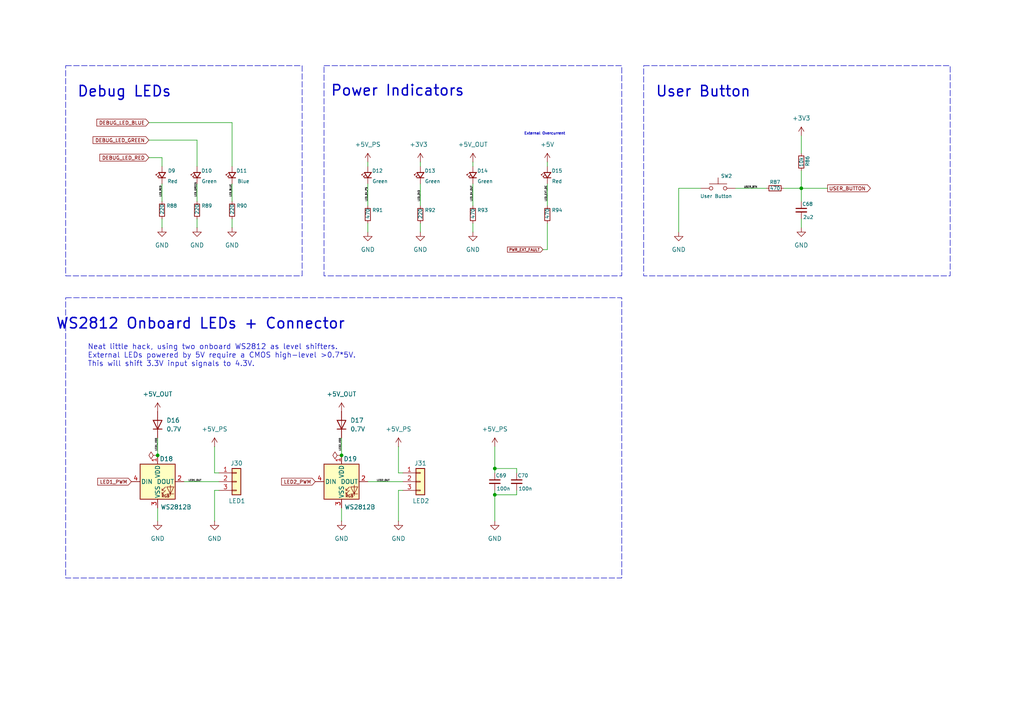
<source format=kicad_sch>
(kicad_sch (version 20250114) (generator "eeschema") (generator_version "9.0")
  (paper "A4")
  (title_block (title "LARS Hardware Interface") (date "2025-03-04") (rev "v1.0") (company "CAuDri e.V.") (comment 1 "Source: https://ohwr.org/cern_ohl_w_v2.txt") (comment 2 "A copy of the license is included in the LICENSE file.") (comment 3 "Redistribution and modifications must comply with CERN-OHL-W v2.") (comment 4 "This design is licensed under CERN Open Hardware Licence Version 2."))
  (lib_symbols
    (symbol "LARS_Hardware_Interface:C_Small" (pin_numbers (hide yes)) (pin_names (offset 0.254) (hide yes))
      (property "Reference" "C" (at 0.254 1.778 0))
      (property "Value" "C_Small" (at 0.254 -2.032 0))
      (symbol "C_Small_0_1"
        (polyline (pts (xy -1.524 0.508) (xy 1.524 0.508)) (stroke (width 0.3048)))
        (polyline (pts (xy -1.524 -0.508) (xy 1.524 -0.508)) (stroke (width 0.3302)))
      )
      (symbol "C_Small_1_1"
        (pin passive line (at 0 2.54 270) (length 2.032) (name "~") (number "1"))
        (pin passive line (at 0 -2.54 90) (length 2.032) (name "~") (number "2"))
      )
    )
    (symbol "LARS_Hardware_Interface:Connector 1x3" (pin_names (offset 1.016) (hide yes))
      (property "Reference" "J" (at 0 5.08 0))
      (property "Value" "Connector 1x3" (at 0 -5.08 0))
      (symbol "Connector 1x3_1_1"
        (rectangle (start -1.27 3.81) (end 1.27 -3.81) (stroke (width 0.254)) (fill (type background)))
        (rectangle (start -1.27 2.667) (end 0 2.413) (stroke (width 0.1524)))
        (rectangle (start -1.27 0.127) (end 0 -0.127) (stroke (width 0.1524)))
        (rectangle (start -1.27 -2.413) (end 0 -2.667) (stroke (width 0.1524)))
        (pin passive line (at -5.08 2.54 0) (length 3.81) (name "Pin_1") (number "1"))
        (pin passive line (at -5.08 0 0) (length 3.81) (name "Pin_2") (number "2"))
        (pin passive line (at -5.08 -2.54 0) (length 3.81) (name "Pin_3") (number "3"))
      )
    )
    (symbol "LARS_Hardware_Interface:D" (pin_numbers (hide yes)) (pin_names (offset 1.016) (hide yes))
      (property "Reference" "D" (at 0 2.54 0))
      (property "Value" "D" (at 0 -2.54 0))
      (symbol "D_0_1"
        (polyline (pts (xy -1.27 1.27) (xy -1.27 -1.27)) (stroke (width 0.254)))
        (polyline (pts (xy 1.27 1.27) (xy 1.27 -1.27) (xy -1.27 0) (xy 1.27 1.27)) (stroke (width 0.254)))
        (polyline (pts (xy 1.27 0) (xy -1.27 0)))
      )
      (symbol "D_1_1"
        (pin passive line (at -3.81 0 0) (length 2.54) (name "K") (number "1"))
        (pin passive line (at 3.81 0 180) (length 2.54) (name "A") (number "2"))
      )
    )
    (symbol "LARS_Hardware_Interface:LED_Small" (pin_numbers (hide yes)) (pin_names (offset 0.254) (hide yes))
      (property "Reference" "D" (at -1.27 3.175 0))
      (property "Value" "LED_Small" (at -4.445 -2.54 0))
      (symbol "LED_Small_0_1"
        (polyline (pts (xy -0.762 -1.016) (xy -0.762 1.016)) (stroke (width 0.254)))
        (polyline (pts (xy 0 0.762) (xy -0.508 1.27) (xy -0.254 1.27) (xy -0.508 1.27) (xy -0.508 1.016)))
        (polyline (pts (xy 0.508 1.27) (xy 0 1.778) (xy 0.254 1.778) (xy 0 1.778) (xy 0 1.524)))
        (polyline (pts (xy 0.762 -1.016) (xy -0.762 0) (xy 0.762 1.016) (xy 0.762 -1.016)) (stroke (width 0.254)))
      )
      (symbol "LED_Small_1_1"
        (pin passive line (at -2.54 0 0) (length 1.778) (name "K") (number "1"))
        (pin passive line (at 2.54 0 180) (length 1.778) (name "A") (number "2"))
      )
    )
    (symbol "LARS_Hardware_Interface:R_Small" (pin_numbers (hide yes)) (pin_names (offset 0.254) (hide yes))
      (property "Reference" "R" (at 0.762 0.508 0))
      (property "Value" "R_Small" (at 0.762 -1.016 0))
      (symbol "R_Small_0_1"
        (rectangle (start -0.762 1.778) (end 0.762 -1.778) (stroke (width 0.2032)))
      )
      (symbol "R_Small_1_1"
        (pin passive line (at 0 2.54 270) (length 0.762) (name "~") (number "1"))
        (pin passive line (at 0 -2.54 90) (length 0.762) (name "~") (number "2"))
      )
    )
    (symbol "LARS_Hardware_Interface:SW_Push" (pin_numbers (hide yes)) (pin_names (offset 1.016) (hide yes))
      (property "Reference" "SW" (at 1.27 2.54 0))
      (property "Value" "SW_Push" (at 0 -1.524 0))
      (symbol "SW_Push_0_1"
        (circle (center -2.032 0) (radius 0.508))
        (polyline (pts (xy 0 1.27) (xy 0 3.048)))
        (circle (center 2.032 0) (radius 0.508))
        (polyline (pts (xy 2.54 1.27) (xy -2.54 1.27)))
        (pin passive line (at -5.08 0 0) (length 2.54) (name "1") (number "1"))
        (pin passive line (at 5.08 0 180) (length 2.54) (name "2") (number "2"))
      )
    )
    (symbol "LARS_Hardware_Interface:WS2812B" (pin_names (offset 0.254))
      (property "Reference" "D" (at 5.08 5.715 0))
      (property "Value" "WS2812B" (at 1.27 -5.715 0))
      (symbol "WS2812B_0_0"
        (text "RGB" (at 2.286 -4.191 0) (effects (font (size 0.762 0.762))))
      )
      (symbol "WS2812B_0_1"
        (polyline (pts (xy 1.27 -2.54) (xy 1.778 -2.54)))
        (polyline (pts (xy 1.27 -3.556) (xy 1.778 -3.556)))
        (polyline (pts (xy 2.286 -1.524) (xy 1.27 -2.54) (xy 1.27 -2.032)))
        (polyline (pts (xy 2.286 -2.54) (xy 1.27 -3.556) (xy 1.27 -3.048)))
        (polyline (pts (xy 3.683 -1.016) (xy 3.683 -3.556) (xy 3.683 -4.064)))
        (polyline (pts (xy 4.699 -1.524) (xy 2.667 -1.524) (xy 3.683 -3.556) (xy 4.699 -1.524)))
        (polyline (pts (xy 4.699 -3.556) (xy 2.667 -3.556)))
        (rectangle (start 5.08 5.08) (end -5.08 -5.08) (stroke (width 0.254)) (fill (type background)))
      )
      (symbol "WS2812B_1_1"
        (pin input line (at -7.62 0 0) (length 2.54) (name "DIN") (number "4"))
        (pin power_in line (at 0 7.62 270) (length 2.54) (name "VDD") (number "1"))
        (pin power_in line (at 0 -7.62 90) (length 2.54) (name "VSS") (number "3"))
        (pin output line (at 7.62 0 180) (length 2.54) (name "DOUT") (number "2"))
      )
    )
    (symbol "power:+3.3V" (power) (pin_numbers (hide yes)) (pin_names (offset 0) (hide yes))
      (property "Value" "+3.3V" (at 0 3.556 0))
      (symbol "+3.3V_0_1"
        (polyline (pts (xy -0.762 1.27) (xy 0 2.54)))
        (polyline (pts (xy 0 2.54) (xy 0.762 1.27)))
        (polyline (pts (xy 0 0) (xy 0 2.54)))
      )
      (symbol "+3.3V_1_1"
        (pin power_in line (at 0 0 90) (length 0) (name "~") (number "1"))
      )
    )
    (symbol "power:+5V" (power) (pin_numbers (hide yes)) (pin_names (offset 0) (hide yes))
      (property "Value" "+5V" (at 0 3.556 0))
      (symbol "+5V_0_1"
        (polyline (pts (xy -0.762 1.27) (xy 0 2.54)))
        (polyline (pts (xy 0 2.54) (xy 0.762 1.27)))
        (polyline (pts (xy 0 0) (xy 0 2.54)))
      )
      (symbol "+5V_1_1"
        (pin power_in line (at 0 0 90) (length 0) (name "~") (number "1"))
      )
    )
    (symbol "power:GND" (power) (pin_numbers (hide yes)) (pin_names (offset 0) (hide yes))
      (property "Value" "GND" (at 0 -3.81 0))
      (symbol "GND_0_1"
        (polyline (pts (xy 0 0) (xy 0 -1.27) (xy 1.27 -1.27) (xy 0 -2.54) (xy -1.27 -1.27) (xy 0 -1.27)))
      )
      (symbol "GND_1_1"
        (pin power_in line (at 0 0 270) (length 0) (name "~") (number "1"))
      )
    )
    (symbol "power:PWR_FLAG" (power) (pin_numbers (hide yes)) (pin_names (offset 0) (hide yes))
      (property "Value" "PWR_FLAG" (at 0 3.81 0))
      (symbol "PWR_FLAG_0_0"
        (pin power_out line (at 0 0 90) (length 0) (name "~") (number "1"))
      )
      (symbol "PWR_FLAG_0_1"
        (polyline (pts (xy 0 0) (xy 0 1.27) (xy -1.016 1.905) (xy 0 2.54) (xy 1.016 1.905) (xy 0 1.27)))
      )
    )
    (symbol "power:VD" (power) (pin_numbers (hide yes)) (pin_names (offset 0) (hide yes))
      (property "Value" "VD" (at 0 3.556 0))
      (symbol "VD_0_1"
        (polyline (pts (xy -0.762 1.27) (xy 0 2.54)))
        (polyline (pts (xy 0 2.54) (xy 0.762 1.27)))
        (polyline (pts (xy 0 0) (xy 0 2.54)))
      )
      (symbol "VD_1_1"
        (pin power_in line (at 0 0 90) (length 0) (name "~") (number "1"))
      )
    )
  )
  (rectangle (start 19.05 86.36) (end 180.34 167.64) (stroke (width 0) (type dash)))
  (rectangle (start 19.05 19.05) (end 87.63 80.01) (stroke (width 0) (type dash)))
  (rectangle (start 186.69 19.05) (end 275.59 80.01) (stroke (width 0) (type dash)))
  (rectangle (start 93.98 19.05) (end 180.34 80.01) (stroke (width 0) (type dash)))
  (text "WS2812 Onboard LEDs + Connector" (at 58.166 93.98 0) (effects (font (size 3.048 3.048) (thickness 0.4064) (bold yes))))
  (text "Power Indicators" (at 115.316 26.416 0) (effects (font (size 3.048 3.048) (thickness 0.4064) (bold yes))))
  (text "User Button" (at 203.962 26.67 0) (effects (font (size 3.048 3.048) (thickness 0.4064) (bold yes))))
  (text "Debug LEDs" (at 36.068 26.67 0) (effects (font (size 3.048 3.048) (thickness 0.4064) (bold yes))))
  (text "External Overcurrent" (at 157.988 38.862 0) (effects (font (size 0.762 0.762))))
  (text "Neat little hack, using two onboard WS2812 as level shifters.\nExternal LEDs powered by 5V require a CMOS high-level >0.7*5V.\nThis will shift 3.3V input signals to 4.3V.\n " (at 25.4 104.394 0) (effects (font (size 1.524 1.524)) (justify left)))
  (junction (at 45.72 132.08))
  (junction (at 143.51 135.89))
  (junction (at 232.41 54.61))
  (junction (at 99.06 132.08))
  (junction (at 143.51 143.51))
  (wire (pts (xy 227.33 54.61) (xy 232.41 54.61)))
  (wire (pts (xy 99.06 151.13) (xy 99.06 147.32)))
  (wire (pts (xy 143.51 135.89) (xy 143.51 137.16)))
  (wire (pts (xy 158.75 46.99) (xy 158.75 48.26)))
  (wire (pts (xy 46.99 53.34) (xy 46.99 58.42)))
  (wire (pts (xy 67.31 53.34) (xy 67.31 58.42)))
  (wire (pts (xy 158.75 72.39) (xy 158.75 64.77)))
  (wire (pts (xy 46.99 45.72) (xy 46.99 48.26)))
  (wire (pts (xy 149.86 137.16) (xy 149.86 135.89)))
  (wire (pts (xy 67.31 35.56) (xy 67.31 48.26)))
  (wire (pts (xy 57.15 66.04) (xy 57.15 63.5)))
  (wire (pts (xy 43.18 40.64) (xy 57.15 40.64)))
  (wire (pts (xy 43.18 45.72) (xy 46.99 45.72)))
  (wire (pts (xy 121.92 67.31) (xy 121.92 64.77)))
  (wire (pts (xy 115.57 151.13) (xy 115.57 142.24)))
  (wire (pts (xy 106.68 53.34) (xy 106.68 59.69)))
  (wire (pts (xy 158.75 53.34) (xy 158.75 59.69)))
  (wire (pts (xy 57.15 40.64) (xy 57.15 48.26)))
  (wire (pts (xy 99.06 127) (xy 99.06 132.08)))
  (wire (pts (xy 62.23 129.54) (xy 62.23 137.16)))
  (wire (pts (xy 232.41 49.53) (xy 232.41 54.61)))
  (wire (pts (xy 62.23 142.24) (xy 63.5 142.24)))
  (wire (pts (xy 67.31 66.04) (xy 67.31 63.5)))
  (wire (pts (xy 106.68 46.99) (xy 106.68 48.26)))
  (wire (pts (xy 115.57 129.54) (xy 115.57 137.16)))
  (wire (pts (xy 196.85 54.61) (xy 203.2 54.61)))
  (wire (pts (xy 62.23 151.13) (xy 62.23 142.24)))
  (wire (pts (xy 43.18 35.56) (xy 67.31 35.56)))
  (wire (pts (xy 143.51 129.54) (xy 143.51 135.89)))
  (wire (pts (xy 143.51 143.51) (xy 149.86 143.51)))
  (wire (pts (xy 137.16 46.99) (xy 137.16 48.26)))
  (wire (pts (xy 57.15 53.34) (xy 57.15 58.42)))
  (wire (pts (xy 143.51 143.51) (xy 143.51 151.13)))
  (wire (pts (xy 106.68 139.7) (xy 116.84 139.7)))
  (wire (pts (xy 143.51 135.89) (xy 149.86 135.89)))
  (wire (pts (xy 232.41 63.5) (xy 232.41 66.04)))
  (wire (pts (xy 157.48 72.39) (xy 158.75 72.39)))
  (wire (pts (xy 232.41 54.61) (xy 232.41 58.42)))
  (wire (pts (xy 149.86 142.24) (xy 149.86 143.51)))
  (wire (pts (xy 232.41 54.61) (xy 240.03 54.61)))
  (wire (pts (xy 45.72 151.13) (xy 45.72 147.32)))
  (wire (pts (xy 53.34 139.7) (xy 63.5 139.7)))
  (wire (pts (xy 121.92 53.34) (xy 121.92 59.69)))
  (wire (pts (xy 115.57 142.24) (xy 116.84 142.24)))
  (wire (pts (xy 232.41 39.37) (xy 232.41 44.45)))
  (wire (pts (xy 115.57 137.16) (xy 116.84 137.16)))
  (wire (pts (xy 106.68 67.31) (xy 106.68 64.77)))
  (wire (pts (xy 143.51 142.24) (xy 143.51 143.51)))
  (wire (pts (xy 121.92 46.99) (xy 121.92 48.26)))
  (wire (pts (xy 137.16 67.31) (xy 137.16 64.77)))
  (wire (pts (xy 196.85 54.61) (xy 196.85 67.31)))
  (wire (pts (xy 46.99 66.04) (xy 46.99 63.5)))
  (wire (pts (xy 62.23 137.16) (xy 63.5 137.16)))
  (wire (pts (xy 137.16 53.34) (xy 137.16 59.69)))
  (wire (pts (xy 45.72 127) (xy 45.72 132.08)))
  (wire (pts (xy 213.36 54.61) (xy 222.25 54.61)))
  (label "LED2_VDD" (at 99.06 130.81 90) (effects (font (size 0.508 0.508))))
  (label "LED_3V3" (at 121.92 58.42 90) (effects (font (size 0.508 0.508))))
  (label "LED_BLUE" (at 67.31 57.15 90) (effects (font (size 0.508 0.508))))
  (label "LED_EXT_OC" (at 158.75 58.42 90) (effects (font (size 0.508 0.508))))
  (label "USER_BTN" (at 219.71 54.61 180) (effects (font (size 0.508 0.508))))
  (label "LED_GREEN" (at 57.15 57.15 90) (effects (font (size 0.508 0.508))))
  (label "LED2_OUT" (at 109.22 139.7 0) (effects (font (size 0.508 0.508))))
  (label "LED1_OUT" (at 54.61 139.7 0) (effects (font (size 0.508 0.508))))
  (label "LED_5V_OUT" (at 137.16 58.42 90) (effects (font (size 0.508 0.508))))
  (label "LED1_VDD" (at 45.72 130.81 90) (effects (font (size 0.508 0.508))))
  (label "LED_RED" (at 46.99 57.15 90) (effects (font (size 0.508 0.508))))
  (label "LED_5V_PS" (at 106.68 58.42 90) (effects (font (size 0.508 0.508))))
  (global_label "DEBUG_LED_GREEN" (shape input) (at 43.18 40.64 180) (effects (font (size 1.016 1.016))) (property "Intersheetrefs" "${INTERSHEET_REFS}" (effects (hide yes))))
  (global_label "PWR_EXT_FAULT" (shape input) (at 157.48 72.39 180) (effects (font (size 0.762 0.762))) (property "Intersheetrefs" "${INTERSHEET_REFS}" (effects (hide yes))))
  (global_label "DEBUG_LED_RED" (shape input) (at 43.18 45.72 180) (effects (font (size 1.016 1.016))) (property "Intersheetrefs" "${INTERSHEET_REFS}" (effects (hide yes))))
  (global_label "USER_BUTTON" (shape output) (at 240.03 54.61 0) (effects (font (size 1.016 1.016))) (property "Intersheetrefs" "${INTERSHEET_REFS}" (effects (hide yes))))
  (global_label "LED1_PWM" (shape input) (at 38.1 139.7 180) (effects (font (size 1.016 1.016))) (property "Intersheetrefs" "${INTERSHEET_REFS}" (effects (hide yes))))
  (global_label "DEBUG_LED_BLUE" (shape input) (at 43.18 35.56 180) (effects (font (size 1.016 1.016))) (property "Intersheetrefs" "${INTERSHEET_REFS}" (effects (hide yes))))
  (global_label "LED2_PWM" (shape input) (at 91.44 139.7 180) (effects (font (size 1.016 1.016))) (property "Intersheetrefs" "${INTERSHEET_REFS}" (effects (hide yes))))
  (symbol (lib_id "power:GND") (at 232.41 66.04 0) (unit 1)
    (property "Reference" "#PWR0193" (effects (hide yes)))
    (property "Value" "GND" (at 232.41 71.12 0))
    (property "Description" "Power symbol creates a global label with name \"GND\" , ground" (effects (hide yes)))
  )
  (symbol (lib_id "LARS_Hardware_Interface:R_Small") (at 232.41 46.99 0) (unit 1)
    (property "Reference" "R86" (at 234.188 46.736 90) (effects (font (size 1.016 1.016))))
    (property "Value" "10k" (at 232.41 46.99 90) (effects (font (size 1.016 1.016))))
    (property "Footprint" "LARS_Hardware_Interface:R_0805_2012Metric" (effects (hide yes)))
    (property "Description" "Resistor, small symbol" (effects (hide yes)))
  )
  (symbol (lib_id "LARS_Hardware_Interface:C_Small") (at 149.86 139.7 0) (unit 1)
    (property "Reference" "C70" (at 150.114 137.922 0) (effects (font (size 1.016 1.016)) (justify left)))
    (property "Value" "100n" (at 150.368 141.732 0) (effects (font (size 1.016 1.016)) (justify left)))
    (property "Footprint" "LARS_Hardware_Interface:C_0805_2012Metric" (effects (hide yes)))
    (property "Description" "Unpolarized capacitor, small symbol" (effects (hide yes)))
  )
  (symbol (lib_id "LARS_Hardware_Interface:R_Small") (at 158.75 62.23 0) (unit 1)
    (property "Reference" "R94" (at 160.02 60.96 0) (effects (font (size 1.016 1.016)) (justify left)))
    (property "Value" "470" (at 158.75 63.5 90) (effects (font (size 1.016 1.016)) (justify left)))
    (property "Footprint" "LARS_Hardware_Interface:R_0805_2012Metric" (effects (hide yes)))
    (property "Description" "Resistor, small symbol" (effects (hide yes)))
  )
  (symbol (lib_id "LARS_Hardware_Interface:C_Small") (at 232.41 60.96 0) (unit 1)
    (property "Reference" "C68" (at 232.664 59.182 0) (effects (font (size 1.016 1.016)) (justify left)))
    (property "Value" "2u2" (at 232.918 62.992 0) (effects (font (size 1.016 1.016)) (justify left)))
    (property "Footprint" "LARS_Hardware_Interface:C_0805_2012Metric" (effects (hide yes)))
    (property "Description" "Unpolarized capacitor, small symbol" (effects (hide yes)))
  )
  (symbol (lib_id "LARS_Hardware_Interface:LED_Small") (at 57.15 50.8 90) (unit 1)
    (property "Reference" "D10" (at 59.944 49.53 90) (effects (font (size 1.016 1.016))))
    (property "Value" "Green" (at 60.706 52.578 90) (effects (font (size 1.016 1.016))))
    (property "Footprint" "LARS_Hardware_Interface:LED_0603_1608Metric_Green" (effects (hide yes)))
    (property "Description" "Light emitting diode, small symbol" (effects (hide yes)))
  )
  (symbol (lib_id "LARS_Hardware_Interface:LED_Small") (at 121.92 50.8 90) (unit 1)
    (property "Reference" "D13" (at 124.714 49.53 90) (effects (font (size 1.016 1.016))))
    (property "Value" "Green" (at 125.476 52.578 90) (effects (font (size 1.016 1.016))))
    (property "Footprint" "LARS_Hardware_Interface:LED_0603_1608Metric_Green" (effects (hide yes)))
    (property "Description" "Light emitting diode, small symbol" (effects (hide yes)))
  )
  (symbol (lib_id "power:VD") (at 106.68 46.99 0) (unit 1)
    (property "Reference" "#PWR0186" (effects (hide yes)))
    (property "Value" "+5V_PS" (at 106.68 41.91 0))
    (property "Description" "Power symbol creates a global label with name \"VD\"" (effects (hide yes)))
  )
  (symbol (lib_id "LARS_Hardware_Interface:LED_Small") (at 67.31 50.8 90) (unit 1)
    (property "Reference" "D11" (at 70.104 49.53 90) (effects (font (size 1.016 1.016))))
    (property "Value" "Blue" (at 70.612 52.578 90) (effects (font (size 1.016 1.016))))
    (property "Footprint" "LARS_Hardware_Interface:LED_0603_1608Metric_Blue" (effects (hide yes)))
    (property "Description" "Light emitting diode, small symbol" (effects (hide yes)))
  )
  (symbol (lib_id "LARS_Hardware_Interface:R_Small") (at 224.79 54.61 270) (unit 1)
    (property "Reference" "R87" (at 224.79 52.832 90) (effects (font (size 1.016 1.016))))
    (property "Value" "470" (at 224.79 54.61 90) (effects (font (size 1.016 1.016))))
    (property "Footprint" "LARS_Hardware_Interface:R_0805_2012Metric" (effects (hide yes)))
    (property "Description" "Resistor, small symbol" (effects (hide yes)))
  )
  (symbol (lib_id "power:GND") (at 137.16 67.31 0) (unit 1)
    (property "Reference" "#PWR0196" (effects (hide yes)))
    (property "Value" "GND" (at 137.16 72.39 0))
    (property "Description" "Power symbol creates a global label with name \"GND\" , ground" (effects (hide yes)))
  )
  (symbol (lib_id "LARS_Hardware_Interface:LED_Small") (at 137.16 50.8 90) (unit 1)
    (property "Reference" "D14" (at 139.954 49.53 90) (effects (font (size 1.016 1.016))))
    (property "Value" "Green" (at 140.716 52.578 90) (effects (font (size 1.016 1.016))))
    (property "Footprint" "LARS_Hardware_Interface:LED_0603_1608Metric_Green" (effects (hide yes)))
    (property "Description" "Light emitting diode, small symbol" (effects (hide yes)))
  )
  (symbol (lib_id "power:GND") (at 106.68 67.31 0) (unit 1)
    (property "Reference" "#PWR0194" (effects (hide yes)))
    (property "Value" "GND" (at 106.68 72.39 0))
    (property "Description" "Power symbol creates a global label with name \"GND\" , ground" (effects (hide yes)))
  )
  (symbol (lib_id "power:GND") (at 46.99 66.04 0) (unit 1)
    (property "Reference" "#PWR0190" (effects (hide yes)))
    (property "Value" "GND" (at 46.99 71.12 0))
    (property "Description" "Power symbol creates a global label with name \"GND\" , ground" (effects (hide yes)))
  )
  (symbol (lib_id "power:+3.3V") (at 143.51 129.54 0) (unit 1)
    (property "Reference" "#PWR0202" (effects (hide yes)))
    (property "Value" "+5V_PS" (at 143.51 124.46 0))
    (property "Description" "Power symbol creates a global label with name \"+3.3V\"" (effects (hide yes)))
  )
  (symbol (lib_id "LARS_Hardware_Interface:R_Small") (at 106.68 62.23 0) (unit 1)
    (property "Reference" "R91" (at 107.95 60.96 0) (effects (font (size 1.016 1.016)) (justify left)))
    (property "Value" "470" (at 106.68 63.5 90) (effects (font (size 1.016 1.016)) (justify left)))
    (property "Footprint" "LARS_Hardware_Interface:R_0805_2012Metric" (effects (hide yes)))
    (property "Description" "Resistor, small symbol" (effects (hide yes)))
  )
  (symbol (lib_id "LARS_Hardware_Interface:C_Small") (at 143.51 139.7 0) (unit 1)
    (property "Reference" "C69" (at 143.764 137.922 0) (effects (font (size 1.016 1.016)) (justify left)))
    (property "Value" "100n" (at 144.018 141.732 0) (effects (font (size 1.016 1.016)) (justify left)))
    (property "Footprint" "LARS_Hardware_Interface:C_0805_2012Metric" (effects (hide yes)))
    (property "Description" "Unpolarized capacitor, small symbol" (effects (hide yes)))
  )
  (symbol (lib_id "LARS_Hardware_Interface:Connector 1x3") (at 121.92 139.7 0) (unit 1)
    (property "Reference" "J31" (at 120.142 134.366 0) (effects (justify left)))
    (property "Value" "LED2" (at 119.634 145.288 0) (effects (justify left)))
    (property "Footprint" "LARS_Hardware_Interface:JST_XH_B3B-XH-A_1x03_P2.50mm_Vertical" (effects (hide yes)))
    (property "Description" "Generic Connector 3-Pin (JST-XH 2.50mm)" (effects (hide yes)))
  )
  (symbol (lib_id "LARS_Hardware_Interface:Connector 1x3") (at 68.58 139.7 0) (unit 1)
    (property "Reference" "J30" (at 66.802 134.366 0) (effects (justify left)))
    (property "Value" "LED1" (at 66.294 145.288 0) (effects (justify left)))
    (property "Footprint" "LARS_Hardware_Interface:JST_XH_B3B-XH-A_1x03_P2.50mm_Vertical" (effects (hide yes)))
    (property "Description" "Generic Connector 3-Pin (JST-XH 2.50mm)" (effects (hide yes)))
  )
  (symbol (lib_id "LARS_Hardware_Interface:LED_Small") (at 46.99 50.8 90) (unit 1)
    (property "Reference" "D9" (at 49.784 49.53 90) (effects (font (size 1.016 1.016))))
    (property "Value" "Red" (at 50.038 52.578 90) (effects (font (size 1.016 1.016))))
    (property "Footprint" "LARS_Hardware_Interface:LED_0603_1608Metric_Red" (effects (hide yes)))
    (property "Description" "Light emitting diode, small symbol" (effects (hide yes)))
  )
  (symbol (lib_id "power:GND") (at 143.51 151.13 0) (unit 1)
    (property "Reference" "#PWR0207" (effects (hide yes)))
    (property "Value" "GND" (at 143.51 156.21 0))
    (property "Description" "Power symbol creates a global label with name \"GND\" , ground" (effects (hide yes)))
  )
  (symbol (lib_id "LARS_Hardware_Interface:WS2812B") (at 45.72 139.7 0) (unit 1)
    (property "Reference" "D18" (at 48.26 133.096 0))
    (property "Value" "WS2812B" (at 51.054 147.066 0))
    (property "Footprint" "LARS_Hardware_Interface:LED_WS2812B_PLCC4_5.0x5.0mm_P3.2mm" (effects (hide yes)))
    (property "Datasheet" "https://cdn-shop.adafruit.com/datasheets/WS2812B.pdf" (effects (hide yes)))
    (property "Description" "RGB LED with integrated controller" (effects (hide yes)))
  )
  (symbol (lib_id "LARS_Hardware_Interface:R_Small") (at 46.99 60.96 0) (unit 1)
    (property "Reference" "R88" (at 48.26 59.69 0) (effects (font (size 1.016 1.016)) (justify left)))
    (property "Value" "220" (at 46.99 62.23 90) (effects (font (size 1.016 1.016)) (justify left)))
    (property "Footprint" "LARS_Hardware_Interface:R_0805_2012Metric" (effects (hide yes)))
    (property "Description" "Resistor, small symbol" (effects (hide yes)))
  )
  (symbol (lib_id "power:+5V") (at 62.23 129.54 0) (unit 1)
    (property "Reference" "#PWR0200" (effects (hide yes)))
    (property "Value" "+5V_PS" (at 62.23 124.46 0))
    (property "Description" "Power symbol creates a global label with name \"+5V\"" (effects (hide yes)))
  )
  (symbol (lib_id "LARS_Hardware_Interface:WS2812B") (at 99.06 139.7 0) (unit 1)
    (property "Reference" "D19" (at 101.6 133.096 0))
    (property "Value" "WS2812B" (at 104.394 147.066 0))
    (property "Footprint" "LARS_Hardware_Interface:LED_WS2812B_PLCC4_5.0x5.0mm_P3.2mm" (effects (hide yes)))
    (property "Datasheet" "https://cdn-shop.adafruit.com/datasheets/WS2812B.pdf" (effects (hide yes)))
    (property "Description" "RGB LED with integrated controller" (effects (hide yes)))
  )
  (symbol (lib_id "power:+3.3V") (at 232.41 39.37 0) (unit 1)
    (property "Reference" "#PWR0185" (effects (hide yes)))
    (property "Value" "+3V3" (at 232.41 34.29 0))
    (property "Description" "Power symbol creates a global label with name \"+3.3V\"" (effects (hide yes)))
  )
  (symbol (lib_id "LARS_Hardware_Interface:R_Small") (at 121.92 62.23 0) (unit 1)
    (property "Reference" "R92" (at 123.19 60.96 0) (effects (font (size 1.016 1.016)) (justify left)))
    (property "Value" "220" (at 121.92 63.5 90) (effects (font (size 1.016 1.016)) (justify left)))
    (property "Footprint" "LARS_Hardware_Interface:R_0805_2012Metric" (effects (hide yes)))
    (property "Description" "Resistor, small symbol" (effects (hide yes)))
  )
  (symbol (lib_id "power:+3.3V") (at 99.06 119.38 0) (unit 1)
    (property "Reference" "#PWR0199" (effects (hide yes)))
    (property "Value" "+5V_OUT" (at 99.06 114.3 0))
    (property "Description" "Power symbol creates a global label with name \"+3.3V\"" (effects (hide yes)))
  )
  (symbol (lib_id "LARS_Hardware_Interface:R_Small") (at 57.15 60.96 0) (unit 1)
    (property "Reference" "R89" (at 58.42 59.69 0) (effects (font (size 1.016 1.016)) (justify left)))
    (property "Value" "220" (at 57.15 62.23 90) (effects (font (size 1.016 1.016)) (justify left)))
    (property "Footprint" "LARS_Hardware_Interface:R_0805_2012Metric" (effects (hide yes)))
    (property "Description" "Resistor, small symbol" (effects (hide yes)))
  )
  (symbol (lib_id "power:GND") (at 196.85 67.31 0) (unit 1)
    (property "Reference" "#PWR0197" (effects (hide yes)))
    (property "Value" "GND" (at 196.85 72.39 0))
    (property "Description" "Power symbol creates a global label with name \"GND\" , ground" (effects (hide yes)))
  )
  (symbol (lib_id "power:PWR_FLAG") (at 45.72 132.08 90) (unit 1)
    (property "Reference" "#FLG04" (effects (hide yes)))
    (property "Value" "PWR_FLAG" (effects (hide yes)))
    (property "Description" "Special symbol for telling ERC where power comes from" (effects (hide yes)))
  )
  (symbol (lib_id "LARS_Hardware_Interface:LED_Small") (at 158.75 50.8 90) (unit 1)
    (property "Reference" "D15" (at 161.544 49.53 90) (effects (font (size 1.016 1.016))))
    (property "Value" "Red" (at 161.544 52.578 90) (effects (font (size 1.016 1.016))))
    (property "Footprint" "LARS_Hardware_Interface:LED_0603_1608Metric_Red" (effects (hide yes)))
    (property "Description" "Light emitting diode, small symbol" (effects (hide yes)))
  )
  (symbol (lib_id "power:GND") (at 67.31 66.04 0) (unit 1)
    (property "Reference" "#PWR0192" (effects (hide yes)))
    (property "Value" "GND" (at 67.31 71.12 0))
    (property "Description" "Power symbol creates a global label with name \"GND\" , ground" (effects (hide yes)))
  )
  (symbol (lib_id "power:GND") (at 121.92 67.31 0) (unit 1)
    (property "Reference" "#PWR0195" (effects (hide yes)))
    (property "Value" "GND" (at 121.92 72.39 0))
    (property "Description" "Power symbol creates a global label with name \"GND\" , ground" (effects (hide yes)))
  )
  (symbol (lib_id "power:+5V") (at 115.57 129.54 0) (unit 1)
    (property "Reference" "#PWR0201" (effects (hide yes)))
    (property "Value" "+5V_PS" (at 115.57 124.46 0))
    (property "Description" "Power symbol creates a global label with name \"+5V\"" (effects (hide yes)))
  )
  (symbol (lib_id "LARS_Hardware_Interface:D") (at 99.06 123.19 90) (unit 1)
    (property "Reference" "D17" (at 101.6 121.9199 90) (effects (justify right)))
    (property "Value" "0.7V" (at 101.6 124.4599 90) (effects (justify right)))
    (property "Footprint" "LARS_Hardware_Interface:D_0805_2012Metric" (effects (hide yes)))
    (property "Description" "Diode" (effects (hide yes)))
    (property "Sim.Device" "D" (effects (hide yes)))
    (property "Sim.Pins" "1=K 2=A" (effects (hide yes)))
  )
  (symbol (lib_id "power:PWR_FLAG") (at 99.06 132.08 90) (unit 1)
    (property "Reference" "#FLG05" (effects (hide yes)))
    (property "Value" "PWR_FLAG" (effects (hide yes)))
    (property "Description" "Special symbol for telling ERC where power comes from" (effects (hide yes)))
  )
  (symbol (lib_id "LARS_Hardware_Interface:SW_Push") (at 208.28 54.61 0) (unit 1)
    (property "Reference" "SW2" (at 212.344 51.054 0) (effects (font (size 1.016 1.016)) (justify right)))
    (property "Value" "User Button" (at 212.344 56.896 0) (effects (font (size 1.016 1.016)) (justify right)))
    (property "Footprint" "LARS_Hardware_Interface:430182043816" (effects (hide yes)))
    (property "Description" "Push button switch, generic, two pins" (effects (hide yes)))
  )
  (symbol (lib_id "power:+3.3V") (at 45.72 119.38 0) (unit 1)
    (property "Reference" "#PWR0198" (effects (hide yes)))
    (property "Value" "+5V_OUT" (at 45.72 114.3 0))
    (property "Description" "Power symbol creates a global label with name \"+3.3V\"" (effects (hide yes)))
  )
  (symbol (lib_id "power:VD") (at 137.16 46.99 0) (unit 1)
    (property "Reference" "#PWR0188" (effects (hide yes)))
    (property "Value" "+5V_OUT" (at 137.16 41.91 0))
    (property "Description" "Power symbol creates a global label with name \"VD\"" (effects (hide yes)))
  )
  (symbol (lib_id "LARS_Hardware_Interface:R_Small") (at 67.31 60.96 0) (unit 1)
    (property "Reference" "R90" (at 68.58 59.69 0) (effects (font (size 1.016 1.016)) (justify left)))
    (property "Value" "220" (at 67.31 62.23 90) (effects (font (size 1.016 1.016)) (justify left)))
    (property "Footprint" "LARS_Hardware_Interface:R_0805_2012Metric" (effects (hide yes)))
    (property "Description" "Resistor, small symbol" (effects (hide yes)))
  )
  (symbol (lib_id "power:GND") (at 57.15 66.04 0) (unit 1)
    (property "Reference" "#PWR0191" (effects (hide yes)))
    (property "Value" "GND" (at 57.15 71.12 0))
    (property "Description" "Power symbol creates a global label with name \"GND\" , ground" (effects (hide yes)))
  )
  (symbol (lib_id "power:GND") (at 99.06 151.13 0) (unit 1)
    (property "Reference" "#PWR0205" (effects (hide yes)))
    (property "Value" "GND" (at 99.06 156.21 0))
    (property "Description" "Power symbol creates a global label with name \"GND\" , ground" (effects (hide yes)))
  )
  (symbol (lib_id "LARS_Hardware_Interface:LED_Small") (at 106.68 50.8 90) (unit 1)
    (property "Reference" "D12" (at 109.474 49.53 90) (effects (font (size 1.016 1.016))))
    (property "Value" "Green" (at 110.236 52.578 90) (effects (font (size 1.016 1.016))))
    (property "Footprint" "LARS_Hardware_Interface:LED_0603_1608Metric_Green" (effects (hide yes)))
    (property "Description" "Light emitting diode, small symbol" (effects (hide yes)))
  )
  (symbol (lib_id "power:GND") (at 45.72 151.13 0) (unit 1)
    (property "Reference" "#PWR0203" (effects (hide yes)))
    (property "Value" "GND" (at 45.72 156.21 0))
    (property "Description" "Power symbol creates a global label with name \"GND\" , ground" (effects (hide yes)))
  )
  (symbol (lib_id "LARS_Hardware_Interface:D") (at 45.72 123.19 90) (unit 1)
    (property "Reference" "D16" (at 48.26 121.9199 90) (effects (justify right)))
    (property "Value" "0.7V" (at 48.26 124.4599 90) (effects (justify right)))
    (property "Footprint" "LARS_Hardware_Interface:D_0805_2012Metric" (effects (hide yes)))
    (property "Description" "Diode" (effects (hide yes)))
    (property "Sim.Device" "D" (effects (hide yes)))
    (property "Sim.Pins" "1=K 2=A" (effects (hide yes)))
  )
  (symbol (lib_id "power:+5V") (at 158.75 46.99 0) (unit 1)
    (property "Reference" "#PWR0189" (effects (hide yes)))
    (property "Value" "+5V" (at 158.75 41.91 0))
    (property "Description" "Power symbol creates a global label with name \"+5V\"" (effects (hide yes)))
  )
  (symbol (lib_id "power:GND") (at 115.57 151.13 0) (unit 1)
    (property "Reference" "#PWR0206" (effects (hide yes)))
    (property "Value" "GND" (at 115.57 156.21 0))
    (property "Description" "Power symbol creates a global label with name \"GND\" , ground" (effects (hide yes)))
  )
  (symbol (lib_id "LARS_Hardware_Interface:R_Small") (at 137.16 62.23 0) (unit 1)
    (property "Reference" "R93" (at 138.43 60.96 0) (effects (font (size 1.016 1.016)) (justify left)))
    (property "Value" "470" (at 137.16 63.5 90) (effects (font (size 1.016 1.016)) (justify left)))
    (property "Footprint" "LARS_Hardware_Interface:R_0805_2012Metric" (effects (hide yes)))
    (property "Description" "Resistor, small symbol" (effects (hide yes)))
  )
  (symbol (lib_id "power:GND") (at 62.23 151.13 0) (unit 1)
    (property "Reference" "#PWR0204" (effects (hide yes)))
    (property "Value" "GND" (at 62.23 156.21 0))
    (property "Description" "Power symbol creates a global label with name \"GND\" , ground" (effects (hide yes)))
  )
  (symbol (lib_id "power:VD") (at 121.92 46.99 0) (unit 1)
    (property "Reference" "#PWR0187" (effects (hide yes)))
    (property "Value" "+3V3" (at 121.412 41.91 0))
    (property "Description" "Power symbol creates a global label with name \"VD\"" (effects (hide yes)))
  )
)
</source>
